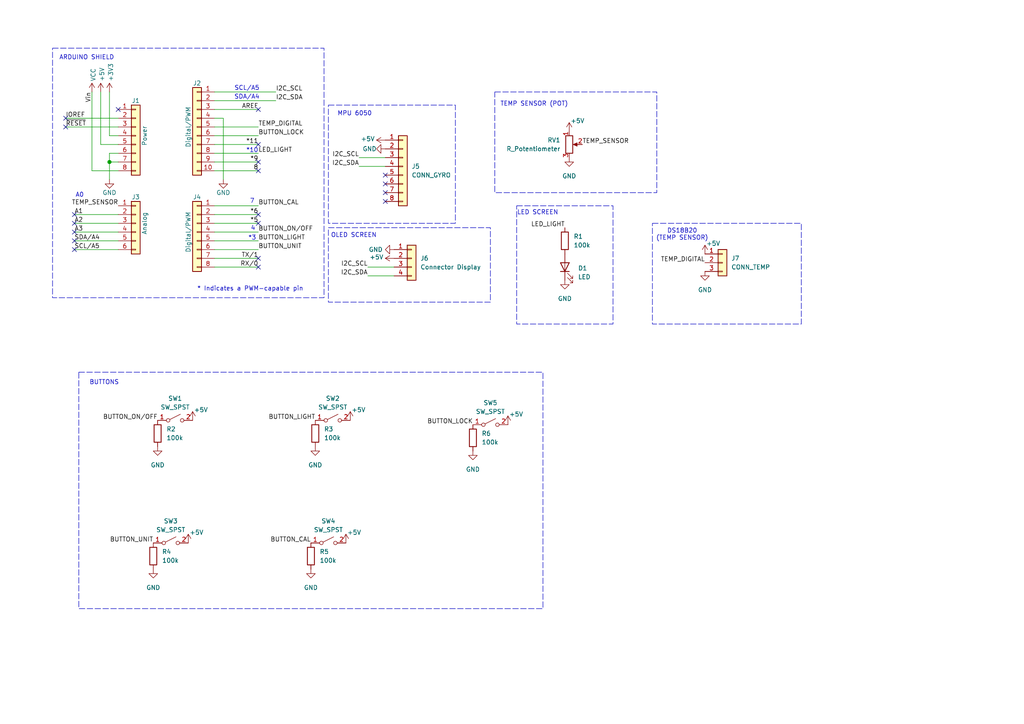
<source format=kicad_sch>
(kicad_sch (version 20231120) (generator "eeschema") (generator_version "8.0")
  (paper "A4")
  (title_block (title "Uno Shield ThermoPro") (date "2025-01-27") (rev "1.0") (company "Jackson Hall"))
  (lib_symbols
    (symbol "Connector_Generic:Conn_01x03" (pin_names (offset 1.016) hide)
      (property "Reference" "J" (at 0 5.08 0))
      (property "Value" "Conn_01x03" (at 0 -5.08 0))
      (symbol "Conn_01x03_1_1"
        (rectangle (start -1.27 -2.413) (end 0 -2.667) (stroke (width 0.1524)))
        (rectangle (start -1.27 0.127) (end 0 -0.127) (stroke (width 0.1524)))
        (rectangle (start -1.27 2.667) (end 0 2.413) (stroke (width 0.1524)))
        (rectangle (start -1.27 3.81) (end 1.27 -3.81) (stroke (width 0.254)) (fill (type background)))
        (pin passive line (at -5.08 2.54 0) (length 3.81) (name "Pin_1") (number "1"))
        (pin passive line (at -5.08 0 0) (length 3.81) (name "Pin_2") (number "2"))
        (pin passive line (at -5.08 -2.54 0) (length 3.81) (name "Pin_3") (number "3"))
      )
    )
    (symbol "Connector_Generic:Conn_01x04" (pin_names (offset 1.016) hide)
      (property "Reference" "J" (at 0 5.08 0))
      (property "Value" "Conn_01x04" (at 0 -7.62 0))
      (symbol "Conn_01x04_1_1"
        (rectangle (start -1.27 -4.953) (end 0 -5.207) (stroke (width 0.1524)))
        (rectangle (start -1.27 -2.413) (end 0 -2.667) (stroke (width 0.1524)))
        (rectangle (start -1.27 0.127) (end 0 -0.127) (stroke (width 0.1524)))
        (rectangle (start -1.27 2.667) (end 0 2.413) (stroke (width 0.1524)))
        (rectangle (start -1.27 3.81) (end 1.27 -6.35) (stroke (width 0.254)) (fill (type background)))
        (pin passive line (at -5.08 2.54 0) (length 3.81) (name "Pin_1") (number "1"))
        (pin passive line (at -5.08 0 0) (length 3.81) (name "Pin_2") (number "2"))
        (pin passive line (at -5.08 -2.54 0) (length 3.81) (name "Pin_3") (number "3"))
        (pin passive line (at -5.08 -5.08 0) (length 3.81) (name "Pin_4") (number "4"))
      )
    )
    (symbol "Connector_Generic:Conn_01x06" (pin_names (offset 1.016) hide)
      (property "Reference" "J" (at 0 7.62 0))
      (property "Value" "Conn_01x06" (at 0 -10.16 0))
      (symbol "Conn_01x06_1_1"
        (rectangle (start -1.27 -7.493) (end 0 -7.747) (stroke (width 0.1524)))
        (rectangle (start -1.27 -4.953) (end 0 -5.207) (stroke (width 0.1524)))
        (rectangle (start -1.27 -2.413) (end 0 -2.667) (stroke (width 0.1524)))
        (rectangle (start -1.27 0.127) (end 0 -0.127) (stroke (width 0.1524)))
        (rectangle (start -1.27 2.667) (end 0 2.413) (stroke (width 0.1524)))
        (rectangle (start -1.27 5.207) (end 0 4.953) (stroke (width 0.1524)))
        (rectangle (start -1.27 6.35) (end 1.27 -8.89) (stroke (width 0.254)) (fill (type background)))
        (pin passive line (at -5.08 5.08 0) (length 3.81) (name "Pin_1") (number "1"))
        (pin passive line (at -5.08 2.54 0) (length 3.81) (name "Pin_2") (number "2"))
        (pin passive line (at -5.08 0 0) (length 3.81) (name "Pin_3") (number "3"))
        (pin passive line (at -5.08 -2.54 0) (length 3.81) (name "Pin_4") (number "4"))
        (pin passive line (at -5.08 -5.08 0) (length 3.81) (name "Pin_5") (number "5"))
        (pin passive line (at -5.08 -7.62 0) (length 3.81) (name "Pin_6") (number "6"))
      )
    )
    (symbol "Connector_Generic:Conn_01x08" (pin_names (offset 1.016) hide)
      (property "Reference" "J" (at 0 10.16 0))
      (property "Value" "Conn_01x08" (at 0 -12.7 0))
      (symbol "Conn_01x08_1_1"
        (rectangle (start -1.27 -10.033) (end 0 -10.287) (stroke (width 0.1524)))
        (rectangle (start -1.27 -7.493) (end 0 -7.747) (stroke (width 0.1524)))
        (rectangle (start -1.27 -4.953) (end 0 -5.207) (stroke (width 0.1524)))
        (rectangle (start -1.27 -2.413) (end 0 -2.667) (stroke (width 0.1524)))
        (rectangle (start -1.27 0.127) (end 0 -0.127) (stroke (width 0.1524)))
        (rectangle (start -1.27 2.667) (end 0 2.413) (stroke (width 0.1524)))
        (rectangle (start -1.27 5.207) (end 0 4.953) (stroke (width 0.1524)))
        (rectangle (start -1.27 7.747) (end 0 7.493) (stroke (width 0.1524)))
        (rectangle (start -1.27 8.89) (end 1.27 -11.43) (stroke (width 0.254)) (fill (type background)))
        (pin passive line (at -5.08 7.62 0) (length 3.81) (name "Pin_1") (number "1"))
        (pin passive line (at -5.08 5.08 0) (length 3.81) (name "Pin_2") (number "2"))
        (pin passive line (at -5.08 2.54 0) (length 3.81) (name "Pin_3") (number "3"))
        (pin passive line (at -5.08 0 0) (length 3.81) (name "Pin_4") (number "4"))
        (pin passive line (at -5.08 -2.54 0) (length 3.81) (name "Pin_5") (number "5"))
        (pin passive line (at -5.08 -5.08 0) (length 3.81) (name "Pin_6") (number "6"))
        (pin passive line (at -5.08 -7.62 0) (length 3.81) (name "Pin_7") (number "7"))
        (pin passive line (at -5.08 -10.16 0) (length 3.81) (name "Pin_8") (number "8"))
      )
    )
    (symbol "Connector_Generic:Conn_01x10" (pin_names (offset 1.016) hide)
      (property "Reference" "J" (at 0 12.7 0))
      (property "Value" "Conn_01x10" (at 0 -15.24 0))
      (symbol "Conn_01x10_1_1"
        (rectangle (start -1.27 -12.573) (end 0 -12.827) (stroke (width 0.1524)))
        (rectangle (start -1.27 -10.033) (end 0 -10.287) (stroke (width 0.1524)))
        (rectangle (start -1.27 -7.493) (end 0 -7.747) (stroke (width 0.1524)))
        (rectangle (start -1.27 -4.953) (end 0 -5.207) (stroke (width 0.1524)))
        (rectangle (start -1.27 -2.413) (end 0 -2.667) (stroke (width 0.1524)))
        (rectangle (start -1.27 0.127) (end 0 -0.127) (stroke (width 0.1524)))
        (rectangle (start -1.27 2.667) (end 0 2.413) (stroke (width 0.1524)))
        (rectangle (start -1.27 5.207) (end 0 4.953) (stroke (width 0.1524)))
        (rectangle (start -1.27 7.747) (end 0 7.493) (stroke (width 0.1524)))
        (rectangle (start -1.27 10.287) (end 0 10.033) (stroke (width 0.1524)))
        (rectangle (start -1.27 11.43) (end 1.27 -13.97) (stroke (width 0.254)) (fill (type background)))
        (pin passive line (at -5.08 10.16 0) (length 3.81) (name "Pin_1") (number "1"))
        (pin passive line (at -5.08 -12.7 0) (length 3.81) (name "Pin_10") (number "10"))
        (pin passive line (at -5.08 7.62 0) (length 3.81) (name "Pin_2") (number "2"))
        (pin passive line (at -5.08 5.08 0) (length 3.81) (name "Pin_3") (number "3"))
        (pin passive line (at -5.08 2.54 0) (length 3.81) (name "Pin_4") (number "4"))
        (pin passive line (at -5.08 0 0) (length 3.81) (name "Pin_5") (number "5"))
        (pin passive line (at -5.08 -2.54 0) (length 3.81) (name "Pin_6") (number "6"))
        (pin passive line (at -5.08 -5.08 0) (length 3.81) (name "Pin_7") (number "7"))
        (pin passive line (at -5.08 -7.62 0) (length 3.81) (name "Pin_8") (number "8"))
        (pin passive line (at -5.08 -10.16 0) (length 3.81) (name "Pin_9") (number "9"))
      )
    )
    (symbol "Device:LED" (pin_numbers hide) (pin_names (offset 1.016) hide)
      (property "Reference" "D" (at 0 2.54 0))
      (property "Value" "LED" (at 0 -2.54 0))
      (symbol "LED_0_1"
        (polyline (pts (xy -1.27 -1.27) (xy -1.27 1.27)) (stroke (width 0.254)))
        (polyline (pts (xy -1.27 0) (xy 1.27 0)))
        (polyline (pts (xy 1.27 -1.27) (xy 1.27 1.27) (xy -1.27 0) (xy 1.27 -1.27)) (stroke (width 0.254)))
        (polyline (pts (xy -3.048 -0.762) (xy -4.572 -2.286) (xy -3.81 -2.286) (xy -4.572 -2.286) (xy -4.572 -1.524)))
        (polyline (pts (xy -1.778 -0.762) (xy -3.302 -2.286) (xy -2.54 -2.286) (xy -3.302 -2.286) (xy -3.302 -1.524)))
      )
      (symbol "LED_1_1"
        (pin passive line (at -3.81 0 0) (length 2.54) (name "K") (number "1"))
        (pin passive line (at 3.81 0 180) (length 2.54) (name "A") (number "2"))
      )
    )
    (symbol "Device:R" (pin_numbers hide) (pin_names (offset 0))
      (property "Reference" "R" (at 2.032 0 90))
      (property "Value" "R" (at 0 0 90))
      (symbol "R_0_1"
        (rectangle (start -1.016 -2.54) (end 1.016 2.54) (stroke (width 0.254)))
      )
      (symbol "R_1_1"
        (pin passive line (at 0 3.81 270) (length 1.27) (name "~") (number "1"))
        (pin passive line (at 0 -3.81 90) (length 1.27) (name "~") (number "2"))
      )
    )
    (symbol "Device:R_Potentiometer" (pin_names (offset 1.016) hide)
      (property "Reference" "RV" (at -4.445 0 90))
      (property "Value" "R_Potentiometer" (at -2.54 0 90))
      (symbol "R_Potentiometer_0_1"
        (polyline (pts (xy 2.54 0) (xy 1.524 0)))
        (polyline (pts (xy 1.143 0) (xy 2.286 0.508) (xy 2.286 -0.508) (xy 1.143 0)) (fill (type outline)))
        (rectangle (start 1.016 2.54) (end -1.016 -2.54) (stroke (width 0.254)))
      )
      (symbol "R_Potentiometer_1_1"
        (pin passive line (at 0 3.81 270) (length 1.27) (name "1") (number "1"))
        (pin passive line (at 3.81 0 180) (length 1.27) (name "2") (number "2"))
        (pin passive line (at 0 -3.81 90) (length 1.27) (name "3") (number "3"))
      )
    )
    (symbol "Switch:SW_SPST" (pin_names (offset 0) hide)
      (property "Reference" "SW" (at 0 3.175 0))
      (property "Value" "SW_SPST" (at 0 -2.54 0))
      (symbol "SW_SPST_0_0"
        (circle (center -2.032 0) (radius 0.508))
        (polyline (pts (xy -1.524 0.254) (xy 1.524 1.778)))
        (circle (center 2.032 0) (radius 0.508))
      )
      (symbol "SW_SPST_1_1"
        (pin passive line (at -5.08 0 0) (length 2.54) (name "A") (number "1"))
        (pin passive line (at 5.08 0 180) (length 2.54) (name "B") (number "2"))
      )
    )
    (symbol "power:+3V3" (power) (pin_names (offset 0))
      (property "Value" "+3V3" (at 0 3.556 0))
      (symbol "+3V3_0_1"
        (polyline (pts (xy -0.762 1.27) (xy 0 2.54)))
        (polyline (pts (xy 0 0) (xy 0 2.54)))
        (polyline (pts (xy 0 2.54) (xy 0.762 1.27)))
      )
      (symbol "+3V3_1_1"
        (pin power_in line (at 0 0 90) (length 0) hide (name "+3V3") (number "1"))
      )
    )
    (symbol "power:+5V" (power) (pin_names (offset 0))
      (property "Value" "+5V" (at 0 3.556 0))
      (symbol "+5V_0_1"
        (polyline (pts (xy -0.762 1.27) (xy 0 2.54)))
        (polyline (pts (xy 0 0) (xy 0 2.54)))
        (polyline (pts (xy 0 2.54) (xy 0.762 1.27)))
      )
      (symbol "+5V_1_1"
        (pin power_in line (at 0 0 90) (length 0) hide (name "+5V") (number "1"))
      )
    )
    (symbol "power:GND" (power) (pin_names (offset 0))
      (property "Value" "GND" (at 0 -3.81 0))
      (symbol "GND_0_1"
        (polyline (pts (xy 0 0) (xy 0 -1.27) (xy 1.27 -1.27) (xy 0 -2.54) (xy -1.27 -1.27) (xy 0 -1.27)))
      )
      (symbol "GND_1_1"
        (pin power_in line (at 0 0 270) (length 0) hide (name "GND") (number "1"))
      )
    )
    (symbol "power:VCC" (power) (pin_names (offset 0))
      (property "Value" "VCC" (at 0 3.81 0))
      (symbol "VCC_0_1"
        (polyline (pts (xy -0.762 1.27) (xy 0 2.54)))
        (polyline (pts (xy 0 0) (xy 0 2.54)))
        (polyline (pts (xy 0 2.54) (xy 0.762 1.27)))
      )
      (symbol "VCC_1_1"
        (pin power_in line (at 0 0 90) (length 0) hide (name "VCC") (number "1"))
      )
    )
  )
  (junction (at 31.75 46.99) (diameter 1.016))
  (no_connect (at 21.59 67.31))
  (no_connect (at 19.05 36.83))
  (no_connect (at 74.93 74.93))
  (no_connect (at 74.93 31.75))
  (no_connect (at 19.05 34.29))
  (no_connect (at 21.59 62.23))
  (no_connect (at 74.93 46.99))
  (no_connect (at 111.76 55.88))
  (no_connect (at 74.93 77.47))
  (no_connect (at 74.93 62.23))
  (no_connect (at 21.59 64.77))
  (no_connect (at 74.93 49.53))
  (no_connect (at 111.76 53.34))
  (no_connect (at 21.59 72.39))
  (no_connect (at 34.29 31.75))
  (no_connect (at 74.93 41.91))
  (no_connect (at 74.93 64.77))
  (no_connect (at 111.76 58.42))
  (no_connect (at 111.76 50.8))
  (no_connect (at 21.59 69.85))
  (wire (pts (xy 62.23 77.47) (xy 74.93 77.47)))
  (wire (pts (xy 62.23 44.45) (xy 74.93 44.45)))
  (wire (pts (xy 62.23 26.67) (xy 80.01 26.67)))
  (wire (pts (xy 31.75 44.45) (xy 31.75 46.99)))
  (wire (pts (xy 21.59 72.39) (xy 34.29 72.39)))
  (wire (pts (xy 31.75 46.99) (xy 31.75 52.07)))
  (wire (pts (xy 31.75 39.37) (xy 34.29 39.37)))
  (wire (pts (xy 29.21 41.91) (xy 34.29 41.91)))
  (wire (pts (xy 29.21 26.67) (xy 29.21 41.91)))
  (wire (pts (xy 62.23 36.83) (xy 74.93 36.83)))
  (wire (pts (xy 31.75 26.67) (xy 31.75 39.37)))
  (wire (pts (xy 62.23 59.69) (xy 74.93 59.69)))
  (wire (pts (xy 62.23 39.37) (xy 74.93 39.37)))
  (wire (pts (xy 62.23 62.23) (xy 74.93 62.23)))
  (wire (pts (xy 62.23 46.99) (xy 74.93 46.99)))
  (wire (pts (xy 62.23 67.31) (xy 74.93 67.31)))
  (wire (pts (xy 19.05 34.29) (xy 34.29 34.29)))
  (wire (pts (xy 64.77 34.29) (xy 64.77 52.07)))
  (wire (pts (xy 106.68 80.01) (xy 114.3 80.01)))
  (wire (pts (xy 62.23 31.75) (xy 74.93 31.75)))
  (wire (pts (xy 34.29 64.77) (xy 21.59 64.77)))
  (wire (pts (xy 19.05 36.83) (xy 34.29 36.83)))
  (wire (pts (xy 104.14 45.72) (xy 111.76 45.72)))
  (wire (pts (xy 34.29 46.99) (xy 31.75 46.99)))
  (wire (pts (xy 34.29 49.53) (xy 26.67 49.53)))
  (wire (pts (xy 21.59 62.23) (xy 34.29 62.23)))
  (wire (pts (xy 62.23 34.29) (xy 64.77 34.29)))
  (wire (pts (xy 34.29 44.45) (xy 31.75 44.45)))
  (wire (pts (xy 62.23 41.91) (xy 74.93 41.91)))
  (wire (pts (xy 62.23 64.77) (xy 74.93 64.77)))
  (wire (pts (xy 104.14 48.26) (xy 111.76 48.26)))
  (wire (pts (xy 21.59 67.31) (xy 34.29 67.31)))
  (wire (pts (xy 106.68 77.47) (xy 114.3 77.47)))
  (wire (pts (xy 62.23 29.21) (xy 80.01 29.21)))
  (wire (pts (xy 62.23 72.39) (xy 74.93 72.39)))
  (wire (pts (xy 62.23 69.85) (xy 74.93 69.85)))
  (wire (pts (xy 62.23 74.93) (xy 74.93 74.93)))
  (wire (pts (xy 26.67 49.53) (xy 26.67 26.67)))
  (wire (pts (xy 34.29 69.85) (xy 21.59 69.85)))
  (wire (pts (xy 62.23 49.53) (xy 74.93 49.53)))
  (rectangle (start 95.25 66.04) (end 142.24 87.63) (stroke (width 0) (type dash)))
  (rectangle (start 143.51 26.67) (end 190.5 55.88) (stroke (width 0) (type dash)))
  (rectangle (start 95.25 30.48) (end 132.08 64.77) (stroke (width 0) (type dash)))
  (rectangle (start 15.24 13.97) (end 93.98 86.36) (stroke (width 0) (type dash)))
  (rectangle (start 189.23 64.77) (end 232.41 93.98) (stroke (width 0) (type dash)))
  (rectangle (start 22.86 107.95) (end 157.48 176.53) (stroke (width 0) (type dash)))
  (rectangle (start 149.86 59.69) (end 177.8 93.98) (stroke (width 0) (type dash)))
  (text "4\n" (at 73.406 66.294 0) (effects (font (size 1.27 1.27))))
  (text "7\n" (at 73.152 58.42 0) (effects (font (size 1.27 1.27))))
  (text "MPU 6050\n" (at 102.87 33.02 0) (effects (font (size 1.27 1.27))))
  (text "A0\n" (at 23.114 56.642 0) (effects (font (size 1.27 1.27))))
  (text "DS18B20\n(TEMP SENSOR)\n" (at 197.866 68.072 0) (effects (font (size 1.27 1.27))))
  (text "SDA/A4" (at 71.628 28.194 0) (effects (font (size 1.27 1.27))))
  (text "*10\n" (at 73.152 43.688 0) (effects (font (size 1.27 1.27))))
  (text "BUTTONS\n" (at 30.226 110.998 0) (effects (font (size 1.27 1.27))))
  (text "ARDUINO SHIELD\n" (at 25.146 16.764 0) (effects (font (size 1.27 1.27))))
  (text "*3\n" (at 73.152 69.088 0) (effects (font (size 1.27 1.27))))
  (text "LED SCREEN\n" (at 155.956 61.722 0) (effects (font (size 1.27 1.27))))
  (text "* Indicates a PWM-capable pin" (at 57.15 84.582 0) (effects (font (size 1.27 1.27)) (justify left bottom)))
  (text "TEMP SENSOR (POT)\n" (at 154.94 30.226 0) (effects (font (size 1.27 1.27))))
  (text "SCL/A5\n" (at 71.628 25.654 0) (effects (font (size 1.27 1.27))))
  (text "OLED SCREEN\n" (at 102.616 68.326 0) (effects (font (size 1.27 1.27))))
  (label "RX{slash}0" (at 74.93 77.47 180))
  (label "I2C_SDA" (at 106.68 80.01 180))
  (label "A2" (at 21.59 64.77 0))
  (label "BUTTON_UNIT" (at 44.45 157.48 180))
  (label "BUTTON_ON{slash}OFF" (at 45.72 121.92 180))
  (label "BUTTON_LOCK" (at 137.16 123.19 180))
  (label "BUTTON_LIGHT" (at 91.44 121.92 180))
  (label "BUTTON_ON{slash}OFF" (at 74.93 67.31 0))
  (label "BUTTON_CAL" (at 90.17 157.48 180))
  (label "*6" (at 74.93 62.23 180))
  (label "A3" (at 21.59 67.31 0))
  (label "8" (at 74.93 49.53 180))
  (label "TEMP_DIGITAL" (at 74.93 36.83 0))
  (label "*5" (at 74.93 64.77 180))
  (label "~{RESET}" (at 19.05 36.83 0))
  (label "TEMP_SENSOR" (at 34.29 59.69 180))
  (label "LED_LIGHT" (at 163.83 66.04 180))
  (label "I2C_SCL" (at 104.14 45.72 180))
  (label "I2C_SDA" (at 104.14 48.26 180))
  (label "TEMP_SENSOR" (at 168.91 41.91 0))
  (label "*11" (at 74.93 41.91 180))
  (label "TEMP_DIGITAL" (at 204.47 76.2 180))
  (label "BUTTON_UNIT" (at 74.93 72.39 0))
  (label "A1" (at 21.59 62.23 0))
  (label "BUTTON_LOCK" (at 74.93 39.37 0))
  (label "TX{slash}1" (at 74.93 74.93 180))
  (label "BUTTON_CAL" (at 74.93 59.69 0))
  (label "AREF" (at 74.93 31.75 180))
  (label "Vin" (at 26.67 26.67 270))
  (label "*9" (at 74.93 46.99 180))
  (label "IOREF" (at 19.05 34.29 0))
  (label "SDA{slash}A4" (at 21.59 69.85 0))
  (label "LED_LIGHT" (at 74.93 44.45 0))
  (label "SCL{slash}A5" (at 21.59 72.39 0))
  (label "BUTTON_LIGHT" (at 74.93 69.85 0))
  (label "I2C_SCL" (at 80.01 26.67 0))
  (label "I2C_SCL" (at 106.68 77.47 180))
  (label "I2C_SDA" (at 80.01 29.21 0))
  (symbol (lib_id "Connector_Generic:Conn_01x08") (at 39.37 39.37 0) (unit 1)
    (property "Reference" "J1" (at 39.37 29.21 0))
    (property "Value" "Power" (at 41.91 39.37 90))
    (property "Footprint" "Connector_PinSocket_2.54mm:PinSocket_1x08_P2.54mm_Vertical" (effects (hide yes)))
  )
  (symbol (lib_id "power:+3V3") (at 31.75 26.67 0) (unit 1)
    (property "Reference" "#PWR03" (effects (hide yes)))
    (property "Value" "+3V3" (at 32.131 23.622 90) (effects (justify left)))
  )
  (symbol (lib_id "power:+5V") (at 29.21 26.67 0) (unit 1)
    (property "Reference" "#PWR02" (effects (hide yes)))
    (property "Value" "+5V" (at 29.5656 23.622 90) (effects (justify left)))
  )
  (symbol (lib_id "power:GND") (at 31.75 52.07 0) (unit 1)
    (property "Reference" "#PWR04" (effects (hide yes)))
    (property "Value" "GND" (at 31.75 55.88 0))
  )
  (symbol (lib_id "Connector_Generic:Conn_01x10") (at 57.15 36.83 0) (mirror y) (unit 1)
    (property "Reference" "J2" (at 57.15 24.13 0))
    (property "Value" "Digital/PWM" (at 54.61 36.83 90))
    (property "Footprint" "Connector_PinSocket_2.54mm:PinSocket_1x10_P2.54mm_Vertical" (effects (hide yes)))
  )
  (symbol (lib_id "power:GND") (at 64.77 52.07 0) (unit 1)
    (property "Reference" "#PWR05" (effects (hide yes)))
    (property "Value" "GND" (at 64.77 55.88 0))
  )
  (symbol (lib_id "Connector_Generic:Conn_01x06") (at 39.37 64.77 0) (unit 1)
    (property "Reference" "J3" (at 39.37 57.15 0))
    (property "Value" "Analog" (at 41.91 64.77 90))
    (property "Footprint" "Connector_PinSocket_2.54mm:PinSocket_1x06_P2.54mm_Vertical" (effects (hide yes)))
  )
  (symbol (lib_id "Connector_Generic:Conn_01x08") (at 57.15 67.31 0) (mirror y) (unit 1)
    (property "Reference" "J4" (at 57.15 57.15 0))
    (property "Value" "Digital/PWM" (at 54.61 67.31 90))
    (property "Footprint" "Connector_PinSocket_2.54mm:PinSocket_1x08_P2.54mm_Vertical" (effects (hide yes)))
  )
  (symbol (lib_id "power:GND") (at 111.76 43.18 270) (unit 1)
    (property "Reference" "#PWR07" (effects (hide yes)))
    (property "Value" "GND" (at 107.188 43.18 90))
  )
  (symbol (lib_id "power:+5V") (at 100.33 157.48 0) (unit 1)
    (property "Reference" "#PWR018" (effects (hide yes)))
    (property "Value" "+5V" (at 100.6856 154.432 0) (effects (justify left)))
  )
  (symbol (lib_id "power:+5V") (at 111.76 40.64 90) (unit 1)
    (property "Reference" "#PWR06" (effects (hide yes)))
    (property "Value" "+5V" (at 108.712 40.2844 90) (effects (justify left)))
  )
  (symbol (lib_id "Connector_Generic:Conn_01x04") (at 119.38 74.93 0) (unit 1)
    (property "Reference" "J6" (at 121.92 74.9299 0) (effects (justify left)))
    (property "Value" "Connector Display" (at 121.92 77.4699 0) (effects (justify left)))
    (property "Footprint" "Connector_PinSocket_2.54mm:PinSocket_1x04_P2.54mm_Vertical" (effects (hide yes)))
    (property "Description" "Generic connector, single row, 01x04, script generated (kicad-library-utils/schlib/autogen/connector/)" (effects (hide yes)))
  )
  (symbol (lib_id "power:GND") (at 165.1 45.72 0) (unit 1)
    (property "Reference" "#PWR022" (effects (hide yes)))
    (property "Value" "GND" (at 165.1 51.054 0))
  )
  (symbol (lib_id "power:GND") (at 45.72 129.54 0) (unit 1)
    (property "Reference" "#PWR011" (effects (hide yes)))
    (property "Value" "GND" (at 45.72 134.874 0))
  )
  (symbol (lib_id "power:GND") (at 163.83 81.28 0) (unit 1)
    (property "Reference" "#PWR010" (effects (hide yes)))
    (property "Value" "GND" (at 163.83 86.614 0))
  )
  (symbol (lib_id "power:GND") (at 91.44 129.54 0) (unit 1)
    (property "Reference" "#PWR013" (effects (hide yes)))
    (property "Value" "GND" (at 91.44 134.874 0))
  )
  (symbol (lib_id "Switch:SW_SPST") (at 50.8 121.92 0) (unit 1)
    (property "Reference" "SW1" (at 50.8 115.57 0))
    (property "Value" "SW_SPST" (at 50.8 118.11 0))
    (property "Footprint" "Button_Switch_THT:SW_PUSH_6mm" (effects (hide yes)))
    (property "Description" "Single Pole Single Throw (SPST) switch" (effects (hide yes)))
  )
  (symbol (lib_id "Device:R") (at 45.72 125.73 0) (unit 1)
    (property "Reference" "R2" (at 48.26 124.4599 0) (effects (justify left)))
    (property "Value" "100k" (at 48.26 126.9999 0) (effects (justify left)))
    (property "Footprint" "Resistor_THT:R_Axial_DIN0207_L6.3mm_D2.5mm_P10.16mm_Horizontal" (effects (hide yes)))
    (property "Description" "Resistor" (effects (hide yes)))
  )
  (symbol (lib_id "Device:R") (at 163.83 69.85 0) (unit 1)
    (property "Reference" "R1" (at 166.37 68.5799 0) (effects (justify left)))
    (property "Value" "100k" (at 166.37 71.1199 0) (effects (justify left)))
    (property "Footprint" "Resistor_THT:R_Axial_DIN0207_L6.3mm_D2.5mm_P10.16mm_Horizontal" (effects (hide yes)))
    (property "Description" "Resistor" (effects (hide yes)))
  )
  (symbol (lib_id "power:+5V") (at 165.1 38.1 0) (unit 1)
    (property "Reference" "#PWR021" (effects (hide yes)))
    (property "Value" "+5V" (at 165.4556 35.052 0) (effects (justify left)))
  )
  (symbol (lib_id "power:GND") (at 44.45 165.1 0) (unit 1)
    (property "Reference" "#PWR015" (effects (hide yes)))
    (property "Value" "GND" (at 44.45 170.434 0))
  )
  (symbol (lib_id "power:VCC") (at 26.67 26.67 0) (unit 1)
    (property "Reference" "#PWR01" (effects (hide yes)))
    (property "Value" "VCC" (at 27.051 23.622 90) (effects (justify left)))
  )
  (symbol (lib_id "power:+5V") (at 114.3 74.93 90) (unit 1)
    (property "Reference" "#PWR09" (effects (hide yes)))
    (property "Value" "+5V" (at 111.252 74.5744 90) (effects (justify left)))
  )
  (symbol (lib_id "power:GND") (at 137.16 130.81 0) (unit 1)
    (property "Reference" "#PWR019" (effects (hide yes)))
    (property "Value" "GND" (at 137.16 136.144 0))
  )
  (symbol (lib_id "Device:R") (at 91.44 125.73 0) (unit 1)
    (property "Reference" "R3" (at 93.98 124.4599 0) (effects (justify left)))
    (property "Value" "100k" (at 93.98 126.9999 0) (effects (justify left)))
    (property "Footprint" "Resistor_THT:R_Axial_DIN0207_L6.3mm_D2.5mm_P10.16mm_Horizontal" (effects (hide yes)))
    (property "Description" "Resistor" (effects (hide yes)))
  )
  (symbol (lib_id "Switch:SW_SPST") (at 49.53 157.48 0) (unit 1)
    (property "Reference" "SW3" (at 49.53 151.13 0))
    (property "Value" "SW_SPST" (at 49.53 153.67 0))
    (property "Footprint" "Button_Switch_THT:SW_PUSH_6mm" (effects (hide yes)))
    (property "Description" "Single Pole Single Throw (SPST) switch" (effects (hide yes)))
  )
  (symbol (lib_id "Device:R") (at 90.17 161.29 0) (unit 1)
    (property "Reference" "R5" (at 92.71 160.0199 0) (effects (justify left)))
    (property "Value" "100k" (at 92.71 162.5599 0) (effects (justify left)))
    (property "Footprint" "Resistor_THT:R_Axial_DIN0207_L6.3mm_D2.5mm_P10.16mm_Horizontal" (effects (hide yes)))
    (property "Description" "Resistor" (effects (hide yes)))
  )
  (symbol (lib_id "power:GND") (at 114.3 72.39 270) (unit 1)
    (property "Reference" "#PWR08" (effects (hide yes)))
    (property "Value" "GND" (at 108.966 72.39 90))
  )
  (symbol (lib_id "Device:LED") (at 163.83 77.47 90) (unit 1)
    (property "Reference" "D1" (at 167.64 77.7874 90) (effects (justify right)))
    (property "Value" "LED" (at 167.64 80.3274 90) (effects (justify right)))
    (property "Footprint" "LED_THT:LED_D5.0mm" (effects (hide yes)))
    (property "Description" "Light emitting diode" (effects (hide yes)))
  )
  (symbol (lib_id "power:+5V") (at 147.32 123.19 0) (unit 1)
    (property "Reference" "#PWR020" (effects (hide yes)))
    (property "Value" "+5V" (at 147.6756 120.142 0) (effects (justify left)))
  )
  (symbol (lib_id "power:GND") (at 204.47 78.74 0) (unit 1)
    (property "Reference" "#PWR024" (effects (hide yes)))
    (property "Value" "GND" (at 204.47 84.074 0))
  )
  (symbol (lib_id "Device:R") (at 137.16 127 0) (unit 1)
    (property "Reference" "R6" (at 139.7 125.7299 0) (effects (justify left)))
    (property "Value" "100k" (at 139.7 128.2699 0) (effects (justify left)))
    (property "Footprint" "Resistor_THT:R_Axial_DIN0207_L6.3mm_D2.5mm_P10.16mm_Horizontal" (effects (hide yes)))
    (property "Description" "Resistor" (effects (hide yes)))
  )
  (symbol (lib_id "Device:R") (at 44.45 161.29 0) (unit 1)
    (property "Reference" "R4" (at 46.99 160.0199 0) (effects (justify left)))
    (property "Value" "100k" (at 46.99 162.5599 0) (effects (justify left)))
    (property "Footprint" "Resistor_THT:R_Axial_DIN0207_L6.3mm_D2.5mm_P10.16mm_Horizontal" (effects (hide yes)))
    (property "Description" "Resistor" (effects (hide yes)))
  )
  (symbol (lib_id "power:+5V") (at 204.47 73.66 0) (unit 1)
    (property "Reference" "#PWR023" (effects (hide yes)))
    (property "Value" "+5V" (at 204.8256 70.612 0) (effects (justify left)))
  )
  (symbol (lib_id "Switch:SW_SPST") (at 95.25 157.48 0) (unit 1)
    (property "Reference" "SW4" (at 95.25 151.13 0))
    (property "Value" "SW_SPST" (at 95.25 153.67 0))
    (property "Footprint" "Button_Switch_THT:SW_PUSH_6mm" (effects (hide yes)))
    (property "Description" "Single Pole Single Throw (SPST) switch" (effects (hide yes)))
  )
  (symbol (lib_id "power:GND") (at 90.17 165.1 0) (unit 1)
    (property "Reference" "#PWR017" (effects (hide yes)))
    (property "Value" "GND" (at 90.17 170.434 0))
  )
  (symbol (lib_id "Device:R_Potentiometer") (at 165.1 41.91 0) (unit 1)
    (property "Reference" "RV1" (at 162.56 40.6399 0) (effects (justify right)))
    (property "Value" "R_Potentiometer" (at 162.56 43.1799 0) (effects (justify right)))
    (property "Footprint" "Potentiometer_THT:Potentiometer_Bourns_3386P_Vertical" (effects (hide yes)))
    (property "Description" "Potentiometer" (effects (hide yes)))
  )
  (symbol (lib_id "Switch:SW_SPST") (at 142.24 123.19 0) (unit 1)
    (property "Reference" "SW5" (at 142.24 116.84 0))
    (property "Value" "SW_SPST" (at 142.24 119.38 0))
    (property "Footprint" "Button_Switch_THT:SW_PUSH_6mm" (effects (hide yes)))
    (property "Description" "Single Pole Single Throw (SPST) switch" (effects (hide yes)))
  )
  (symbol (lib_id "Switch:SW_SPST") (at 96.52 121.92 0) (unit 1)
    (property "Reference" "SW2" (at 96.52 115.57 0))
    (property "Value" "SW_SPST" (at 96.52 118.11 0))
    (property "Footprint" "Button_Switch_THT:SW_PUSH_6mm" (effects (hide yes)))
    (property "Description" "Single Pole Single Throw (SPST) switch" (effects (hide yes)))
  )
  (symbol (lib_id "Connector_Generic:Conn_01x03") (at 209.55 76.2 0) (unit 1)
    (property "Reference" "J7" (at 212.09 74.9299 0) (effects (justify left)))
    (property "Value" "CONN_TEMP" (at 212.09 77.4699 0) (effects (justify left)))
    (property "Footprint" "Connector_JST:JST_XH_B3B-XH-A_1x03_P2.50mm_Vertical" (effects (hide yes)))
    (property "Description" "Generic connector, single row, 01x03, script generated (kicad-library-utils/schlib/autogen/connector/)" (effects (hide yes)))
  )
  (symbol (lib_id "power:+5V") (at 101.6 121.92 0) (unit 1)
    (property "Reference" "#PWR014" (effects (hide yes)))
    (property "Value" "+5V" (at 101.9556 118.872 0) (effects (justify left)))
  )
  (symbol (lib_id "power:+5V") (at 55.88 121.92 0) (unit 1)
    (property "Reference" "#PWR012" (effects (hide yes)))
    (property "Value" "+5V" (at 56.2356 118.872 0) (effects (justify left)))
  )
  (symbol (lib_id "Connector_Generic:Conn_01x08") (at 116.84 48.26 0) (unit 1)
    (property "Reference" "J5" (at 119.38 48.2599 0) (effects (justify left)))
    (property "Value" "CONN_GYRO" (at 119.38 50.7999 0) (effects (justify left)))
    (property "Footprint" "Connector_PinSocket_2.54mm:PinSocket_1x08_P2.54mm_Vertical" (effects (hide yes)))
    (property "Description" "Generic connector, single row, 01x08, script generated (kicad-library-utils/schlib/autogen/connector/)" (effects (hide yes)))
  )
  (symbol (lib_id "power:+5V") (at 54.61 157.48 0) (unit 1)
    (property "Reference" "#PWR016" (effects (hide yes)))
    (property "Value" "+5V" (at 54.9656 154.432 0) (effects (justify left)))
  )
)
</source>
